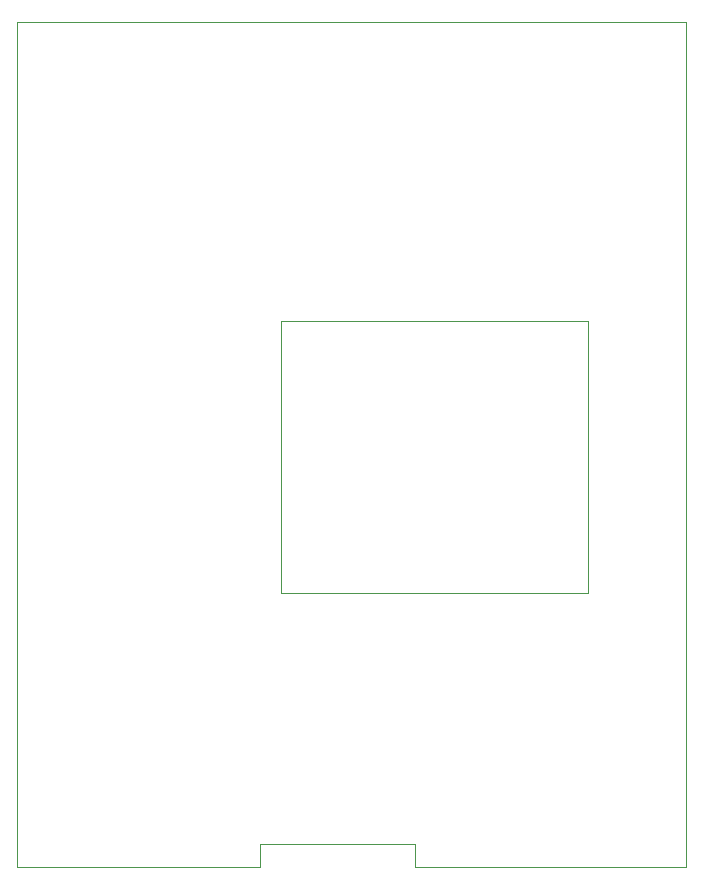
<source format=gbr>
G04 #@! TF.GenerationSoftware,KiCad,Pcbnew,(6.0.0-rc1-dev-1413-ga48e89956)*
G04 #@! TF.CreationDate,2019-11-22T20:47:01-07:00
G04 #@! TF.ProjectId,HAT_ver_6.0,4841545f-7665-4725-9f36-2e302e6b6963,6.0.4*
G04 #@! TF.SameCoordinates,Original*
G04 #@! TF.FileFunction,Profile,NP*
%FSLAX46Y46*%
G04 Gerber Fmt 4.6, Leading zero omitted, Abs format (unit mm)*
G04 Created by KiCad (PCBNEW (6.0.0-rc1-dev-1413-ga48e89956)) date Friday, November 22, 2019 at 08:47:01 PM*
%MOMM*%
%LPD*%
G04 APERTURE LIST*
%ADD10C,0.100000*%
G04 APERTURE END LIST*
D10*
X129921000Y-134300000D02*
X150469600Y-134300000D01*
X186512200Y-134300000D02*
X163525200Y-134300000D01*
X150469600Y-132300000D02*
X150469600Y-134300000D01*
X163525200Y-132300000D02*
X150469600Y-132300000D01*
X163525200Y-134300000D02*
X163525200Y-132300000D01*
X152196800Y-88036400D02*
X178206400Y-88036400D01*
X152196800Y-111048800D02*
X152196800Y-88036400D01*
X178206400Y-111048800D02*
X152196800Y-111048800D01*
X178206400Y-88036400D02*
X178206400Y-111048800D01*
X129895600Y-62708000D02*
X129895600Y-134294400D01*
X186505600Y-62708000D02*
X129895600Y-62708000D01*
X186505600Y-134294400D02*
X186505600Y-62708000D01*
M02*

</source>
